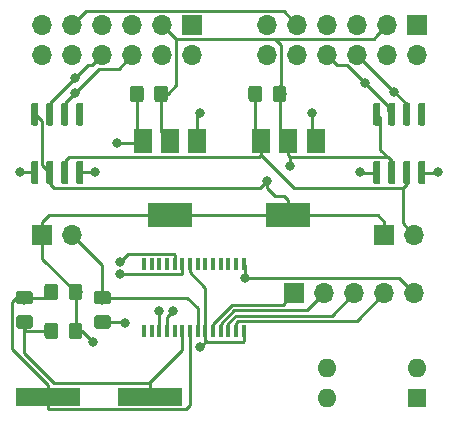
<source format=gbr>
G04 #@! TF.GenerationSoftware,KiCad,Pcbnew,5.1.4-e60b266~84~ubuntu19.04.1*
G04 #@! TF.CreationDate,2020-01-26T15:48:04+11:00*
G04 #@! TF.ProjectId,sid-board_ldo_supplies,7369642d-626f-4617-9264-5f6c646f5f73,rev?*
G04 #@! TF.SameCoordinates,Original*
G04 #@! TF.FileFunction,Copper,L1,Top*
G04 #@! TF.FilePolarity,Positive*
%FSLAX46Y46*%
G04 Gerber Fmt 4.6, Leading zero omitted, Abs format (unit mm)*
G04 Created by KiCad (PCBNEW 5.1.4-e60b266~84~ubuntu19.04.1) date 2020-01-26 15:48:04*
%MOMM*%
%LPD*%
G04 APERTURE LIST*
%ADD10O,1.700000X1.700000*%
%ADD11R,1.700000X1.700000*%
%ADD12C,0.100000*%
%ADD13C,0.600000*%
%ADD14R,0.400000X1.100000*%
%ADD15R,3.800000X2.000000*%
%ADD16R,1.500000X2.000000*%
%ADD17R,5.500000X1.500000*%
%ADD18C,1.150000*%
%ADD19R,1.600000X1.600000*%
%ADD20O,1.600000X1.600000*%
%ADD21C,0.800000*%
%ADD22C,0.250000*%
G04 APERTURE END LIST*
D10*
X87630000Y-66802000D03*
X87630000Y-64262000D03*
X90170000Y-66802000D03*
X90170000Y-64262000D03*
X92710000Y-66802000D03*
X92710000Y-64262000D03*
X95250000Y-66802000D03*
X95250000Y-64262000D03*
X97790000Y-66802000D03*
X97790000Y-64262000D03*
X100330000Y-66802000D03*
D11*
X100330000Y-64262000D03*
D10*
X68580000Y-66802000D03*
X68580000Y-64262000D03*
X71120000Y-66802000D03*
X71120000Y-64262000D03*
X73660000Y-66802000D03*
X73660000Y-64262000D03*
X76200000Y-66802000D03*
X76200000Y-64262000D03*
X78740000Y-66802000D03*
X78740000Y-64262000D03*
X81280000Y-66802000D03*
D11*
X81280000Y-64262000D03*
D12*
G36*
X97065703Y-75795722D02*
G01*
X97080264Y-75797882D01*
X97094543Y-75801459D01*
X97108403Y-75806418D01*
X97121710Y-75812712D01*
X97134336Y-75820280D01*
X97146159Y-75829048D01*
X97157066Y-75838934D01*
X97166952Y-75849841D01*
X97175720Y-75861664D01*
X97183288Y-75874290D01*
X97189582Y-75887597D01*
X97194541Y-75901457D01*
X97198118Y-75915736D01*
X97200278Y-75930297D01*
X97201000Y-75945000D01*
X97201000Y-77595000D01*
X97200278Y-77609703D01*
X97198118Y-77624264D01*
X97194541Y-77638543D01*
X97189582Y-77652403D01*
X97183288Y-77665710D01*
X97175720Y-77678336D01*
X97166952Y-77690159D01*
X97157066Y-77701066D01*
X97146159Y-77710952D01*
X97134336Y-77719720D01*
X97121710Y-77727288D01*
X97108403Y-77733582D01*
X97094543Y-77738541D01*
X97080264Y-77742118D01*
X97065703Y-77744278D01*
X97051000Y-77745000D01*
X96751000Y-77745000D01*
X96736297Y-77744278D01*
X96721736Y-77742118D01*
X96707457Y-77738541D01*
X96693597Y-77733582D01*
X96680290Y-77727288D01*
X96667664Y-77719720D01*
X96655841Y-77710952D01*
X96644934Y-77701066D01*
X96635048Y-77690159D01*
X96626280Y-77678336D01*
X96618712Y-77665710D01*
X96612418Y-77652403D01*
X96607459Y-77638543D01*
X96603882Y-77624264D01*
X96601722Y-77609703D01*
X96601000Y-77595000D01*
X96601000Y-75945000D01*
X96601722Y-75930297D01*
X96603882Y-75915736D01*
X96607459Y-75901457D01*
X96612418Y-75887597D01*
X96618712Y-75874290D01*
X96626280Y-75861664D01*
X96635048Y-75849841D01*
X96644934Y-75838934D01*
X96655841Y-75829048D01*
X96667664Y-75820280D01*
X96680290Y-75812712D01*
X96693597Y-75806418D01*
X96707457Y-75801459D01*
X96721736Y-75797882D01*
X96736297Y-75795722D01*
X96751000Y-75795000D01*
X97051000Y-75795000D01*
X97065703Y-75795722D01*
X97065703Y-75795722D01*
G37*
D13*
X96901000Y-76770000D03*
D12*
G36*
X98335703Y-75795722D02*
G01*
X98350264Y-75797882D01*
X98364543Y-75801459D01*
X98378403Y-75806418D01*
X98391710Y-75812712D01*
X98404336Y-75820280D01*
X98416159Y-75829048D01*
X98427066Y-75838934D01*
X98436952Y-75849841D01*
X98445720Y-75861664D01*
X98453288Y-75874290D01*
X98459582Y-75887597D01*
X98464541Y-75901457D01*
X98468118Y-75915736D01*
X98470278Y-75930297D01*
X98471000Y-75945000D01*
X98471000Y-77595000D01*
X98470278Y-77609703D01*
X98468118Y-77624264D01*
X98464541Y-77638543D01*
X98459582Y-77652403D01*
X98453288Y-77665710D01*
X98445720Y-77678336D01*
X98436952Y-77690159D01*
X98427066Y-77701066D01*
X98416159Y-77710952D01*
X98404336Y-77719720D01*
X98391710Y-77727288D01*
X98378403Y-77733582D01*
X98364543Y-77738541D01*
X98350264Y-77742118D01*
X98335703Y-77744278D01*
X98321000Y-77745000D01*
X98021000Y-77745000D01*
X98006297Y-77744278D01*
X97991736Y-77742118D01*
X97977457Y-77738541D01*
X97963597Y-77733582D01*
X97950290Y-77727288D01*
X97937664Y-77719720D01*
X97925841Y-77710952D01*
X97914934Y-77701066D01*
X97905048Y-77690159D01*
X97896280Y-77678336D01*
X97888712Y-77665710D01*
X97882418Y-77652403D01*
X97877459Y-77638543D01*
X97873882Y-77624264D01*
X97871722Y-77609703D01*
X97871000Y-77595000D01*
X97871000Y-75945000D01*
X97871722Y-75930297D01*
X97873882Y-75915736D01*
X97877459Y-75901457D01*
X97882418Y-75887597D01*
X97888712Y-75874290D01*
X97896280Y-75861664D01*
X97905048Y-75849841D01*
X97914934Y-75838934D01*
X97925841Y-75829048D01*
X97937664Y-75820280D01*
X97950290Y-75812712D01*
X97963597Y-75806418D01*
X97977457Y-75801459D01*
X97991736Y-75797882D01*
X98006297Y-75795722D01*
X98021000Y-75795000D01*
X98321000Y-75795000D01*
X98335703Y-75795722D01*
X98335703Y-75795722D01*
G37*
D13*
X98171000Y-76770000D03*
D12*
G36*
X99605703Y-75795722D02*
G01*
X99620264Y-75797882D01*
X99634543Y-75801459D01*
X99648403Y-75806418D01*
X99661710Y-75812712D01*
X99674336Y-75820280D01*
X99686159Y-75829048D01*
X99697066Y-75838934D01*
X99706952Y-75849841D01*
X99715720Y-75861664D01*
X99723288Y-75874290D01*
X99729582Y-75887597D01*
X99734541Y-75901457D01*
X99738118Y-75915736D01*
X99740278Y-75930297D01*
X99741000Y-75945000D01*
X99741000Y-77595000D01*
X99740278Y-77609703D01*
X99738118Y-77624264D01*
X99734541Y-77638543D01*
X99729582Y-77652403D01*
X99723288Y-77665710D01*
X99715720Y-77678336D01*
X99706952Y-77690159D01*
X99697066Y-77701066D01*
X99686159Y-77710952D01*
X99674336Y-77719720D01*
X99661710Y-77727288D01*
X99648403Y-77733582D01*
X99634543Y-77738541D01*
X99620264Y-77742118D01*
X99605703Y-77744278D01*
X99591000Y-77745000D01*
X99291000Y-77745000D01*
X99276297Y-77744278D01*
X99261736Y-77742118D01*
X99247457Y-77738541D01*
X99233597Y-77733582D01*
X99220290Y-77727288D01*
X99207664Y-77719720D01*
X99195841Y-77710952D01*
X99184934Y-77701066D01*
X99175048Y-77690159D01*
X99166280Y-77678336D01*
X99158712Y-77665710D01*
X99152418Y-77652403D01*
X99147459Y-77638543D01*
X99143882Y-77624264D01*
X99141722Y-77609703D01*
X99141000Y-77595000D01*
X99141000Y-75945000D01*
X99141722Y-75930297D01*
X99143882Y-75915736D01*
X99147459Y-75901457D01*
X99152418Y-75887597D01*
X99158712Y-75874290D01*
X99166280Y-75861664D01*
X99175048Y-75849841D01*
X99184934Y-75838934D01*
X99195841Y-75829048D01*
X99207664Y-75820280D01*
X99220290Y-75812712D01*
X99233597Y-75806418D01*
X99247457Y-75801459D01*
X99261736Y-75797882D01*
X99276297Y-75795722D01*
X99291000Y-75795000D01*
X99591000Y-75795000D01*
X99605703Y-75795722D01*
X99605703Y-75795722D01*
G37*
D13*
X99441000Y-76770000D03*
D12*
G36*
X100875703Y-75795722D02*
G01*
X100890264Y-75797882D01*
X100904543Y-75801459D01*
X100918403Y-75806418D01*
X100931710Y-75812712D01*
X100944336Y-75820280D01*
X100956159Y-75829048D01*
X100967066Y-75838934D01*
X100976952Y-75849841D01*
X100985720Y-75861664D01*
X100993288Y-75874290D01*
X100999582Y-75887597D01*
X101004541Y-75901457D01*
X101008118Y-75915736D01*
X101010278Y-75930297D01*
X101011000Y-75945000D01*
X101011000Y-77595000D01*
X101010278Y-77609703D01*
X101008118Y-77624264D01*
X101004541Y-77638543D01*
X100999582Y-77652403D01*
X100993288Y-77665710D01*
X100985720Y-77678336D01*
X100976952Y-77690159D01*
X100967066Y-77701066D01*
X100956159Y-77710952D01*
X100944336Y-77719720D01*
X100931710Y-77727288D01*
X100918403Y-77733582D01*
X100904543Y-77738541D01*
X100890264Y-77742118D01*
X100875703Y-77744278D01*
X100861000Y-77745000D01*
X100561000Y-77745000D01*
X100546297Y-77744278D01*
X100531736Y-77742118D01*
X100517457Y-77738541D01*
X100503597Y-77733582D01*
X100490290Y-77727288D01*
X100477664Y-77719720D01*
X100465841Y-77710952D01*
X100454934Y-77701066D01*
X100445048Y-77690159D01*
X100436280Y-77678336D01*
X100428712Y-77665710D01*
X100422418Y-77652403D01*
X100417459Y-77638543D01*
X100413882Y-77624264D01*
X100411722Y-77609703D01*
X100411000Y-77595000D01*
X100411000Y-75945000D01*
X100411722Y-75930297D01*
X100413882Y-75915736D01*
X100417459Y-75901457D01*
X100422418Y-75887597D01*
X100428712Y-75874290D01*
X100436280Y-75861664D01*
X100445048Y-75849841D01*
X100454934Y-75838934D01*
X100465841Y-75829048D01*
X100477664Y-75820280D01*
X100490290Y-75812712D01*
X100503597Y-75806418D01*
X100517457Y-75801459D01*
X100531736Y-75797882D01*
X100546297Y-75795722D01*
X100561000Y-75795000D01*
X100861000Y-75795000D01*
X100875703Y-75795722D01*
X100875703Y-75795722D01*
G37*
D13*
X100711000Y-76770000D03*
D12*
G36*
X100875703Y-70845722D02*
G01*
X100890264Y-70847882D01*
X100904543Y-70851459D01*
X100918403Y-70856418D01*
X100931710Y-70862712D01*
X100944336Y-70870280D01*
X100956159Y-70879048D01*
X100967066Y-70888934D01*
X100976952Y-70899841D01*
X100985720Y-70911664D01*
X100993288Y-70924290D01*
X100999582Y-70937597D01*
X101004541Y-70951457D01*
X101008118Y-70965736D01*
X101010278Y-70980297D01*
X101011000Y-70995000D01*
X101011000Y-72645000D01*
X101010278Y-72659703D01*
X101008118Y-72674264D01*
X101004541Y-72688543D01*
X100999582Y-72702403D01*
X100993288Y-72715710D01*
X100985720Y-72728336D01*
X100976952Y-72740159D01*
X100967066Y-72751066D01*
X100956159Y-72760952D01*
X100944336Y-72769720D01*
X100931710Y-72777288D01*
X100918403Y-72783582D01*
X100904543Y-72788541D01*
X100890264Y-72792118D01*
X100875703Y-72794278D01*
X100861000Y-72795000D01*
X100561000Y-72795000D01*
X100546297Y-72794278D01*
X100531736Y-72792118D01*
X100517457Y-72788541D01*
X100503597Y-72783582D01*
X100490290Y-72777288D01*
X100477664Y-72769720D01*
X100465841Y-72760952D01*
X100454934Y-72751066D01*
X100445048Y-72740159D01*
X100436280Y-72728336D01*
X100428712Y-72715710D01*
X100422418Y-72702403D01*
X100417459Y-72688543D01*
X100413882Y-72674264D01*
X100411722Y-72659703D01*
X100411000Y-72645000D01*
X100411000Y-70995000D01*
X100411722Y-70980297D01*
X100413882Y-70965736D01*
X100417459Y-70951457D01*
X100422418Y-70937597D01*
X100428712Y-70924290D01*
X100436280Y-70911664D01*
X100445048Y-70899841D01*
X100454934Y-70888934D01*
X100465841Y-70879048D01*
X100477664Y-70870280D01*
X100490290Y-70862712D01*
X100503597Y-70856418D01*
X100517457Y-70851459D01*
X100531736Y-70847882D01*
X100546297Y-70845722D01*
X100561000Y-70845000D01*
X100861000Y-70845000D01*
X100875703Y-70845722D01*
X100875703Y-70845722D01*
G37*
D13*
X100711000Y-71820000D03*
D12*
G36*
X99605703Y-70845722D02*
G01*
X99620264Y-70847882D01*
X99634543Y-70851459D01*
X99648403Y-70856418D01*
X99661710Y-70862712D01*
X99674336Y-70870280D01*
X99686159Y-70879048D01*
X99697066Y-70888934D01*
X99706952Y-70899841D01*
X99715720Y-70911664D01*
X99723288Y-70924290D01*
X99729582Y-70937597D01*
X99734541Y-70951457D01*
X99738118Y-70965736D01*
X99740278Y-70980297D01*
X99741000Y-70995000D01*
X99741000Y-72645000D01*
X99740278Y-72659703D01*
X99738118Y-72674264D01*
X99734541Y-72688543D01*
X99729582Y-72702403D01*
X99723288Y-72715710D01*
X99715720Y-72728336D01*
X99706952Y-72740159D01*
X99697066Y-72751066D01*
X99686159Y-72760952D01*
X99674336Y-72769720D01*
X99661710Y-72777288D01*
X99648403Y-72783582D01*
X99634543Y-72788541D01*
X99620264Y-72792118D01*
X99605703Y-72794278D01*
X99591000Y-72795000D01*
X99291000Y-72795000D01*
X99276297Y-72794278D01*
X99261736Y-72792118D01*
X99247457Y-72788541D01*
X99233597Y-72783582D01*
X99220290Y-72777288D01*
X99207664Y-72769720D01*
X99195841Y-72760952D01*
X99184934Y-72751066D01*
X99175048Y-72740159D01*
X99166280Y-72728336D01*
X99158712Y-72715710D01*
X99152418Y-72702403D01*
X99147459Y-72688543D01*
X99143882Y-72674264D01*
X99141722Y-72659703D01*
X99141000Y-72645000D01*
X99141000Y-70995000D01*
X99141722Y-70980297D01*
X99143882Y-70965736D01*
X99147459Y-70951457D01*
X99152418Y-70937597D01*
X99158712Y-70924290D01*
X99166280Y-70911664D01*
X99175048Y-70899841D01*
X99184934Y-70888934D01*
X99195841Y-70879048D01*
X99207664Y-70870280D01*
X99220290Y-70862712D01*
X99233597Y-70856418D01*
X99247457Y-70851459D01*
X99261736Y-70847882D01*
X99276297Y-70845722D01*
X99291000Y-70845000D01*
X99591000Y-70845000D01*
X99605703Y-70845722D01*
X99605703Y-70845722D01*
G37*
D13*
X99441000Y-71820000D03*
D12*
G36*
X98335703Y-70845722D02*
G01*
X98350264Y-70847882D01*
X98364543Y-70851459D01*
X98378403Y-70856418D01*
X98391710Y-70862712D01*
X98404336Y-70870280D01*
X98416159Y-70879048D01*
X98427066Y-70888934D01*
X98436952Y-70899841D01*
X98445720Y-70911664D01*
X98453288Y-70924290D01*
X98459582Y-70937597D01*
X98464541Y-70951457D01*
X98468118Y-70965736D01*
X98470278Y-70980297D01*
X98471000Y-70995000D01*
X98471000Y-72645000D01*
X98470278Y-72659703D01*
X98468118Y-72674264D01*
X98464541Y-72688543D01*
X98459582Y-72702403D01*
X98453288Y-72715710D01*
X98445720Y-72728336D01*
X98436952Y-72740159D01*
X98427066Y-72751066D01*
X98416159Y-72760952D01*
X98404336Y-72769720D01*
X98391710Y-72777288D01*
X98378403Y-72783582D01*
X98364543Y-72788541D01*
X98350264Y-72792118D01*
X98335703Y-72794278D01*
X98321000Y-72795000D01*
X98021000Y-72795000D01*
X98006297Y-72794278D01*
X97991736Y-72792118D01*
X97977457Y-72788541D01*
X97963597Y-72783582D01*
X97950290Y-72777288D01*
X97937664Y-72769720D01*
X97925841Y-72760952D01*
X97914934Y-72751066D01*
X97905048Y-72740159D01*
X97896280Y-72728336D01*
X97888712Y-72715710D01*
X97882418Y-72702403D01*
X97877459Y-72688543D01*
X97873882Y-72674264D01*
X97871722Y-72659703D01*
X97871000Y-72645000D01*
X97871000Y-70995000D01*
X97871722Y-70980297D01*
X97873882Y-70965736D01*
X97877459Y-70951457D01*
X97882418Y-70937597D01*
X97888712Y-70924290D01*
X97896280Y-70911664D01*
X97905048Y-70899841D01*
X97914934Y-70888934D01*
X97925841Y-70879048D01*
X97937664Y-70870280D01*
X97950290Y-70862712D01*
X97963597Y-70856418D01*
X97977457Y-70851459D01*
X97991736Y-70847882D01*
X98006297Y-70845722D01*
X98021000Y-70845000D01*
X98321000Y-70845000D01*
X98335703Y-70845722D01*
X98335703Y-70845722D01*
G37*
D13*
X98171000Y-71820000D03*
D12*
G36*
X97065703Y-70845722D02*
G01*
X97080264Y-70847882D01*
X97094543Y-70851459D01*
X97108403Y-70856418D01*
X97121710Y-70862712D01*
X97134336Y-70870280D01*
X97146159Y-70879048D01*
X97157066Y-70888934D01*
X97166952Y-70899841D01*
X97175720Y-70911664D01*
X97183288Y-70924290D01*
X97189582Y-70937597D01*
X97194541Y-70951457D01*
X97198118Y-70965736D01*
X97200278Y-70980297D01*
X97201000Y-70995000D01*
X97201000Y-72645000D01*
X97200278Y-72659703D01*
X97198118Y-72674264D01*
X97194541Y-72688543D01*
X97189582Y-72702403D01*
X97183288Y-72715710D01*
X97175720Y-72728336D01*
X97166952Y-72740159D01*
X97157066Y-72751066D01*
X97146159Y-72760952D01*
X97134336Y-72769720D01*
X97121710Y-72777288D01*
X97108403Y-72783582D01*
X97094543Y-72788541D01*
X97080264Y-72792118D01*
X97065703Y-72794278D01*
X97051000Y-72795000D01*
X96751000Y-72795000D01*
X96736297Y-72794278D01*
X96721736Y-72792118D01*
X96707457Y-72788541D01*
X96693597Y-72783582D01*
X96680290Y-72777288D01*
X96667664Y-72769720D01*
X96655841Y-72760952D01*
X96644934Y-72751066D01*
X96635048Y-72740159D01*
X96626280Y-72728336D01*
X96618712Y-72715710D01*
X96612418Y-72702403D01*
X96607459Y-72688543D01*
X96603882Y-72674264D01*
X96601722Y-72659703D01*
X96601000Y-72645000D01*
X96601000Y-70995000D01*
X96601722Y-70980297D01*
X96603882Y-70965736D01*
X96607459Y-70951457D01*
X96612418Y-70937597D01*
X96618712Y-70924290D01*
X96626280Y-70911664D01*
X96635048Y-70899841D01*
X96644934Y-70888934D01*
X96655841Y-70879048D01*
X96667664Y-70870280D01*
X96680290Y-70862712D01*
X96693597Y-70856418D01*
X96707457Y-70851459D01*
X96721736Y-70847882D01*
X96736297Y-70845722D01*
X96751000Y-70845000D01*
X97051000Y-70845000D01*
X97065703Y-70845722D01*
X97065703Y-70845722D01*
G37*
D13*
X96901000Y-71820000D03*
D12*
G36*
X68109703Y-70845722D02*
G01*
X68124264Y-70847882D01*
X68138543Y-70851459D01*
X68152403Y-70856418D01*
X68165710Y-70862712D01*
X68178336Y-70870280D01*
X68190159Y-70879048D01*
X68201066Y-70888934D01*
X68210952Y-70899841D01*
X68219720Y-70911664D01*
X68227288Y-70924290D01*
X68233582Y-70937597D01*
X68238541Y-70951457D01*
X68242118Y-70965736D01*
X68244278Y-70980297D01*
X68245000Y-70995000D01*
X68245000Y-72645000D01*
X68244278Y-72659703D01*
X68242118Y-72674264D01*
X68238541Y-72688543D01*
X68233582Y-72702403D01*
X68227288Y-72715710D01*
X68219720Y-72728336D01*
X68210952Y-72740159D01*
X68201066Y-72751066D01*
X68190159Y-72760952D01*
X68178336Y-72769720D01*
X68165710Y-72777288D01*
X68152403Y-72783582D01*
X68138543Y-72788541D01*
X68124264Y-72792118D01*
X68109703Y-72794278D01*
X68095000Y-72795000D01*
X67795000Y-72795000D01*
X67780297Y-72794278D01*
X67765736Y-72792118D01*
X67751457Y-72788541D01*
X67737597Y-72783582D01*
X67724290Y-72777288D01*
X67711664Y-72769720D01*
X67699841Y-72760952D01*
X67688934Y-72751066D01*
X67679048Y-72740159D01*
X67670280Y-72728336D01*
X67662712Y-72715710D01*
X67656418Y-72702403D01*
X67651459Y-72688543D01*
X67647882Y-72674264D01*
X67645722Y-72659703D01*
X67645000Y-72645000D01*
X67645000Y-70995000D01*
X67645722Y-70980297D01*
X67647882Y-70965736D01*
X67651459Y-70951457D01*
X67656418Y-70937597D01*
X67662712Y-70924290D01*
X67670280Y-70911664D01*
X67679048Y-70899841D01*
X67688934Y-70888934D01*
X67699841Y-70879048D01*
X67711664Y-70870280D01*
X67724290Y-70862712D01*
X67737597Y-70856418D01*
X67751457Y-70851459D01*
X67765736Y-70847882D01*
X67780297Y-70845722D01*
X67795000Y-70845000D01*
X68095000Y-70845000D01*
X68109703Y-70845722D01*
X68109703Y-70845722D01*
G37*
D13*
X67945000Y-71820000D03*
D12*
G36*
X69379703Y-70845722D02*
G01*
X69394264Y-70847882D01*
X69408543Y-70851459D01*
X69422403Y-70856418D01*
X69435710Y-70862712D01*
X69448336Y-70870280D01*
X69460159Y-70879048D01*
X69471066Y-70888934D01*
X69480952Y-70899841D01*
X69489720Y-70911664D01*
X69497288Y-70924290D01*
X69503582Y-70937597D01*
X69508541Y-70951457D01*
X69512118Y-70965736D01*
X69514278Y-70980297D01*
X69515000Y-70995000D01*
X69515000Y-72645000D01*
X69514278Y-72659703D01*
X69512118Y-72674264D01*
X69508541Y-72688543D01*
X69503582Y-72702403D01*
X69497288Y-72715710D01*
X69489720Y-72728336D01*
X69480952Y-72740159D01*
X69471066Y-72751066D01*
X69460159Y-72760952D01*
X69448336Y-72769720D01*
X69435710Y-72777288D01*
X69422403Y-72783582D01*
X69408543Y-72788541D01*
X69394264Y-72792118D01*
X69379703Y-72794278D01*
X69365000Y-72795000D01*
X69065000Y-72795000D01*
X69050297Y-72794278D01*
X69035736Y-72792118D01*
X69021457Y-72788541D01*
X69007597Y-72783582D01*
X68994290Y-72777288D01*
X68981664Y-72769720D01*
X68969841Y-72760952D01*
X68958934Y-72751066D01*
X68949048Y-72740159D01*
X68940280Y-72728336D01*
X68932712Y-72715710D01*
X68926418Y-72702403D01*
X68921459Y-72688543D01*
X68917882Y-72674264D01*
X68915722Y-72659703D01*
X68915000Y-72645000D01*
X68915000Y-70995000D01*
X68915722Y-70980297D01*
X68917882Y-70965736D01*
X68921459Y-70951457D01*
X68926418Y-70937597D01*
X68932712Y-70924290D01*
X68940280Y-70911664D01*
X68949048Y-70899841D01*
X68958934Y-70888934D01*
X68969841Y-70879048D01*
X68981664Y-70870280D01*
X68994290Y-70862712D01*
X69007597Y-70856418D01*
X69021457Y-70851459D01*
X69035736Y-70847882D01*
X69050297Y-70845722D01*
X69065000Y-70845000D01*
X69365000Y-70845000D01*
X69379703Y-70845722D01*
X69379703Y-70845722D01*
G37*
D13*
X69215000Y-71820000D03*
D12*
G36*
X70649703Y-70845722D02*
G01*
X70664264Y-70847882D01*
X70678543Y-70851459D01*
X70692403Y-70856418D01*
X70705710Y-70862712D01*
X70718336Y-70870280D01*
X70730159Y-70879048D01*
X70741066Y-70888934D01*
X70750952Y-70899841D01*
X70759720Y-70911664D01*
X70767288Y-70924290D01*
X70773582Y-70937597D01*
X70778541Y-70951457D01*
X70782118Y-70965736D01*
X70784278Y-70980297D01*
X70785000Y-70995000D01*
X70785000Y-72645000D01*
X70784278Y-72659703D01*
X70782118Y-72674264D01*
X70778541Y-72688543D01*
X70773582Y-72702403D01*
X70767288Y-72715710D01*
X70759720Y-72728336D01*
X70750952Y-72740159D01*
X70741066Y-72751066D01*
X70730159Y-72760952D01*
X70718336Y-72769720D01*
X70705710Y-72777288D01*
X70692403Y-72783582D01*
X70678543Y-72788541D01*
X70664264Y-72792118D01*
X70649703Y-72794278D01*
X70635000Y-72795000D01*
X70335000Y-72795000D01*
X70320297Y-72794278D01*
X70305736Y-72792118D01*
X70291457Y-72788541D01*
X70277597Y-72783582D01*
X70264290Y-72777288D01*
X70251664Y-72769720D01*
X70239841Y-72760952D01*
X70228934Y-72751066D01*
X70219048Y-72740159D01*
X70210280Y-72728336D01*
X70202712Y-72715710D01*
X70196418Y-72702403D01*
X70191459Y-72688543D01*
X70187882Y-72674264D01*
X70185722Y-72659703D01*
X70185000Y-72645000D01*
X70185000Y-70995000D01*
X70185722Y-70980297D01*
X70187882Y-70965736D01*
X70191459Y-70951457D01*
X70196418Y-70937597D01*
X70202712Y-70924290D01*
X70210280Y-70911664D01*
X70219048Y-70899841D01*
X70228934Y-70888934D01*
X70239841Y-70879048D01*
X70251664Y-70870280D01*
X70264290Y-70862712D01*
X70277597Y-70856418D01*
X70291457Y-70851459D01*
X70305736Y-70847882D01*
X70320297Y-70845722D01*
X70335000Y-70845000D01*
X70635000Y-70845000D01*
X70649703Y-70845722D01*
X70649703Y-70845722D01*
G37*
D13*
X70485000Y-71820000D03*
D12*
G36*
X71919703Y-70845722D02*
G01*
X71934264Y-70847882D01*
X71948543Y-70851459D01*
X71962403Y-70856418D01*
X71975710Y-70862712D01*
X71988336Y-70870280D01*
X72000159Y-70879048D01*
X72011066Y-70888934D01*
X72020952Y-70899841D01*
X72029720Y-70911664D01*
X72037288Y-70924290D01*
X72043582Y-70937597D01*
X72048541Y-70951457D01*
X72052118Y-70965736D01*
X72054278Y-70980297D01*
X72055000Y-70995000D01*
X72055000Y-72645000D01*
X72054278Y-72659703D01*
X72052118Y-72674264D01*
X72048541Y-72688543D01*
X72043582Y-72702403D01*
X72037288Y-72715710D01*
X72029720Y-72728336D01*
X72020952Y-72740159D01*
X72011066Y-72751066D01*
X72000159Y-72760952D01*
X71988336Y-72769720D01*
X71975710Y-72777288D01*
X71962403Y-72783582D01*
X71948543Y-72788541D01*
X71934264Y-72792118D01*
X71919703Y-72794278D01*
X71905000Y-72795000D01*
X71605000Y-72795000D01*
X71590297Y-72794278D01*
X71575736Y-72792118D01*
X71561457Y-72788541D01*
X71547597Y-72783582D01*
X71534290Y-72777288D01*
X71521664Y-72769720D01*
X71509841Y-72760952D01*
X71498934Y-72751066D01*
X71489048Y-72740159D01*
X71480280Y-72728336D01*
X71472712Y-72715710D01*
X71466418Y-72702403D01*
X71461459Y-72688543D01*
X71457882Y-72674264D01*
X71455722Y-72659703D01*
X71455000Y-72645000D01*
X71455000Y-70995000D01*
X71455722Y-70980297D01*
X71457882Y-70965736D01*
X71461459Y-70951457D01*
X71466418Y-70937597D01*
X71472712Y-70924290D01*
X71480280Y-70911664D01*
X71489048Y-70899841D01*
X71498934Y-70888934D01*
X71509841Y-70879048D01*
X71521664Y-70870280D01*
X71534290Y-70862712D01*
X71547597Y-70856418D01*
X71561457Y-70851459D01*
X71575736Y-70847882D01*
X71590297Y-70845722D01*
X71605000Y-70845000D01*
X71905000Y-70845000D01*
X71919703Y-70845722D01*
X71919703Y-70845722D01*
G37*
D13*
X71755000Y-71820000D03*
D12*
G36*
X71919703Y-75795722D02*
G01*
X71934264Y-75797882D01*
X71948543Y-75801459D01*
X71962403Y-75806418D01*
X71975710Y-75812712D01*
X71988336Y-75820280D01*
X72000159Y-75829048D01*
X72011066Y-75838934D01*
X72020952Y-75849841D01*
X72029720Y-75861664D01*
X72037288Y-75874290D01*
X72043582Y-75887597D01*
X72048541Y-75901457D01*
X72052118Y-75915736D01*
X72054278Y-75930297D01*
X72055000Y-75945000D01*
X72055000Y-77595000D01*
X72054278Y-77609703D01*
X72052118Y-77624264D01*
X72048541Y-77638543D01*
X72043582Y-77652403D01*
X72037288Y-77665710D01*
X72029720Y-77678336D01*
X72020952Y-77690159D01*
X72011066Y-77701066D01*
X72000159Y-77710952D01*
X71988336Y-77719720D01*
X71975710Y-77727288D01*
X71962403Y-77733582D01*
X71948543Y-77738541D01*
X71934264Y-77742118D01*
X71919703Y-77744278D01*
X71905000Y-77745000D01*
X71605000Y-77745000D01*
X71590297Y-77744278D01*
X71575736Y-77742118D01*
X71561457Y-77738541D01*
X71547597Y-77733582D01*
X71534290Y-77727288D01*
X71521664Y-77719720D01*
X71509841Y-77710952D01*
X71498934Y-77701066D01*
X71489048Y-77690159D01*
X71480280Y-77678336D01*
X71472712Y-77665710D01*
X71466418Y-77652403D01*
X71461459Y-77638543D01*
X71457882Y-77624264D01*
X71455722Y-77609703D01*
X71455000Y-77595000D01*
X71455000Y-75945000D01*
X71455722Y-75930297D01*
X71457882Y-75915736D01*
X71461459Y-75901457D01*
X71466418Y-75887597D01*
X71472712Y-75874290D01*
X71480280Y-75861664D01*
X71489048Y-75849841D01*
X71498934Y-75838934D01*
X71509841Y-75829048D01*
X71521664Y-75820280D01*
X71534290Y-75812712D01*
X71547597Y-75806418D01*
X71561457Y-75801459D01*
X71575736Y-75797882D01*
X71590297Y-75795722D01*
X71605000Y-75795000D01*
X71905000Y-75795000D01*
X71919703Y-75795722D01*
X71919703Y-75795722D01*
G37*
D13*
X71755000Y-76770000D03*
D12*
G36*
X70649703Y-75795722D02*
G01*
X70664264Y-75797882D01*
X70678543Y-75801459D01*
X70692403Y-75806418D01*
X70705710Y-75812712D01*
X70718336Y-75820280D01*
X70730159Y-75829048D01*
X70741066Y-75838934D01*
X70750952Y-75849841D01*
X70759720Y-75861664D01*
X70767288Y-75874290D01*
X70773582Y-75887597D01*
X70778541Y-75901457D01*
X70782118Y-75915736D01*
X70784278Y-75930297D01*
X70785000Y-75945000D01*
X70785000Y-77595000D01*
X70784278Y-77609703D01*
X70782118Y-77624264D01*
X70778541Y-77638543D01*
X70773582Y-77652403D01*
X70767288Y-77665710D01*
X70759720Y-77678336D01*
X70750952Y-77690159D01*
X70741066Y-77701066D01*
X70730159Y-77710952D01*
X70718336Y-77719720D01*
X70705710Y-77727288D01*
X70692403Y-77733582D01*
X70678543Y-77738541D01*
X70664264Y-77742118D01*
X70649703Y-77744278D01*
X70635000Y-77745000D01*
X70335000Y-77745000D01*
X70320297Y-77744278D01*
X70305736Y-77742118D01*
X70291457Y-77738541D01*
X70277597Y-77733582D01*
X70264290Y-77727288D01*
X70251664Y-77719720D01*
X70239841Y-77710952D01*
X70228934Y-77701066D01*
X70219048Y-77690159D01*
X70210280Y-77678336D01*
X70202712Y-77665710D01*
X70196418Y-77652403D01*
X70191459Y-77638543D01*
X70187882Y-77624264D01*
X70185722Y-77609703D01*
X70185000Y-77595000D01*
X70185000Y-75945000D01*
X70185722Y-75930297D01*
X70187882Y-75915736D01*
X70191459Y-75901457D01*
X70196418Y-75887597D01*
X70202712Y-75874290D01*
X70210280Y-75861664D01*
X70219048Y-75849841D01*
X70228934Y-75838934D01*
X70239841Y-75829048D01*
X70251664Y-75820280D01*
X70264290Y-75812712D01*
X70277597Y-75806418D01*
X70291457Y-75801459D01*
X70305736Y-75797882D01*
X70320297Y-75795722D01*
X70335000Y-75795000D01*
X70635000Y-75795000D01*
X70649703Y-75795722D01*
X70649703Y-75795722D01*
G37*
D13*
X70485000Y-76770000D03*
D12*
G36*
X69379703Y-75795722D02*
G01*
X69394264Y-75797882D01*
X69408543Y-75801459D01*
X69422403Y-75806418D01*
X69435710Y-75812712D01*
X69448336Y-75820280D01*
X69460159Y-75829048D01*
X69471066Y-75838934D01*
X69480952Y-75849841D01*
X69489720Y-75861664D01*
X69497288Y-75874290D01*
X69503582Y-75887597D01*
X69508541Y-75901457D01*
X69512118Y-75915736D01*
X69514278Y-75930297D01*
X69515000Y-75945000D01*
X69515000Y-77595000D01*
X69514278Y-77609703D01*
X69512118Y-77624264D01*
X69508541Y-77638543D01*
X69503582Y-77652403D01*
X69497288Y-77665710D01*
X69489720Y-77678336D01*
X69480952Y-77690159D01*
X69471066Y-77701066D01*
X69460159Y-77710952D01*
X69448336Y-77719720D01*
X69435710Y-77727288D01*
X69422403Y-77733582D01*
X69408543Y-77738541D01*
X69394264Y-77742118D01*
X69379703Y-77744278D01*
X69365000Y-77745000D01*
X69065000Y-77745000D01*
X69050297Y-77744278D01*
X69035736Y-77742118D01*
X69021457Y-77738541D01*
X69007597Y-77733582D01*
X68994290Y-77727288D01*
X68981664Y-77719720D01*
X68969841Y-77710952D01*
X68958934Y-77701066D01*
X68949048Y-77690159D01*
X68940280Y-77678336D01*
X68932712Y-77665710D01*
X68926418Y-77652403D01*
X68921459Y-77638543D01*
X68917882Y-77624264D01*
X68915722Y-77609703D01*
X68915000Y-77595000D01*
X68915000Y-75945000D01*
X68915722Y-75930297D01*
X68917882Y-75915736D01*
X68921459Y-75901457D01*
X68926418Y-75887597D01*
X68932712Y-75874290D01*
X68940280Y-75861664D01*
X68949048Y-75849841D01*
X68958934Y-75838934D01*
X68969841Y-75829048D01*
X68981664Y-75820280D01*
X68994290Y-75812712D01*
X69007597Y-75806418D01*
X69021457Y-75801459D01*
X69035736Y-75797882D01*
X69050297Y-75795722D01*
X69065000Y-75795000D01*
X69365000Y-75795000D01*
X69379703Y-75795722D01*
X69379703Y-75795722D01*
G37*
D13*
X69215000Y-76770000D03*
D12*
G36*
X68109703Y-75795722D02*
G01*
X68124264Y-75797882D01*
X68138543Y-75801459D01*
X68152403Y-75806418D01*
X68165710Y-75812712D01*
X68178336Y-75820280D01*
X68190159Y-75829048D01*
X68201066Y-75838934D01*
X68210952Y-75849841D01*
X68219720Y-75861664D01*
X68227288Y-75874290D01*
X68233582Y-75887597D01*
X68238541Y-75901457D01*
X68242118Y-75915736D01*
X68244278Y-75930297D01*
X68245000Y-75945000D01*
X68245000Y-77595000D01*
X68244278Y-77609703D01*
X68242118Y-77624264D01*
X68238541Y-77638543D01*
X68233582Y-77652403D01*
X68227288Y-77665710D01*
X68219720Y-77678336D01*
X68210952Y-77690159D01*
X68201066Y-77701066D01*
X68190159Y-77710952D01*
X68178336Y-77719720D01*
X68165710Y-77727288D01*
X68152403Y-77733582D01*
X68138543Y-77738541D01*
X68124264Y-77742118D01*
X68109703Y-77744278D01*
X68095000Y-77745000D01*
X67795000Y-77745000D01*
X67780297Y-77744278D01*
X67765736Y-77742118D01*
X67751457Y-77738541D01*
X67737597Y-77733582D01*
X67724290Y-77727288D01*
X67711664Y-77719720D01*
X67699841Y-77710952D01*
X67688934Y-77701066D01*
X67679048Y-77690159D01*
X67670280Y-77678336D01*
X67662712Y-77665710D01*
X67656418Y-77652403D01*
X67651459Y-77638543D01*
X67647882Y-77624264D01*
X67645722Y-77609703D01*
X67645000Y-77595000D01*
X67645000Y-75945000D01*
X67645722Y-75930297D01*
X67647882Y-75915736D01*
X67651459Y-75901457D01*
X67656418Y-75887597D01*
X67662712Y-75874290D01*
X67670280Y-75861664D01*
X67679048Y-75849841D01*
X67688934Y-75838934D01*
X67699841Y-75829048D01*
X67711664Y-75820280D01*
X67724290Y-75812712D01*
X67737597Y-75806418D01*
X67751457Y-75801459D01*
X67765736Y-75797882D01*
X67780297Y-75795722D01*
X67795000Y-75795000D01*
X68095000Y-75795000D01*
X68109703Y-75795722D01*
X68109703Y-75795722D01*
G37*
D13*
X67945000Y-76770000D03*
D10*
X100076000Y-82042000D03*
D11*
X97536000Y-82042000D03*
D10*
X71120000Y-82042000D03*
D11*
X68580000Y-82042000D03*
D14*
X77182000Y-84526000D03*
X77832000Y-84526000D03*
X78482000Y-84526000D03*
X79132000Y-84526000D03*
X79782000Y-84526000D03*
X80432000Y-84526000D03*
X81082000Y-84526000D03*
X81732000Y-84526000D03*
X82382000Y-84526000D03*
X83032000Y-84526000D03*
X83682000Y-84526000D03*
X84332000Y-84526000D03*
X84982000Y-84526000D03*
X85632000Y-84526000D03*
X85632000Y-90226000D03*
X84982000Y-90226000D03*
X84332000Y-90226000D03*
X83682000Y-90226000D03*
X83032000Y-90226000D03*
X82382000Y-90226000D03*
X81732000Y-90226000D03*
X81082000Y-90226000D03*
X80432000Y-90226000D03*
X79782000Y-90226000D03*
X79132000Y-90226000D03*
X78482000Y-90226000D03*
X77832000Y-90226000D03*
X77182000Y-90226000D03*
D15*
X79375000Y-80366000D03*
D16*
X79375000Y-74066000D03*
X77075000Y-74066000D03*
X81675000Y-74066000D03*
X91708000Y-74066000D03*
X87108000Y-74066000D03*
X89408000Y-74066000D03*
D15*
X89408000Y-80366000D03*
D17*
X69088000Y-95758000D03*
X77724000Y-95758000D03*
D12*
G36*
X76921505Y-69405204D02*
G01*
X76945773Y-69408804D01*
X76969572Y-69414765D01*
X76992671Y-69423030D01*
X77014850Y-69433520D01*
X77035893Y-69446132D01*
X77055599Y-69460747D01*
X77073777Y-69477223D01*
X77090253Y-69495401D01*
X77104868Y-69515107D01*
X77117480Y-69536150D01*
X77127970Y-69558329D01*
X77136235Y-69581428D01*
X77142196Y-69605227D01*
X77145796Y-69629495D01*
X77147000Y-69653999D01*
X77147000Y-70554001D01*
X77145796Y-70578505D01*
X77142196Y-70602773D01*
X77136235Y-70626572D01*
X77127970Y-70649671D01*
X77117480Y-70671850D01*
X77104868Y-70692893D01*
X77090253Y-70712599D01*
X77073777Y-70730777D01*
X77055599Y-70747253D01*
X77035893Y-70761868D01*
X77014850Y-70774480D01*
X76992671Y-70784970D01*
X76969572Y-70793235D01*
X76945773Y-70799196D01*
X76921505Y-70802796D01*
X76897001Y-70804000D01*
X76246999Y-70804000D01*
X76222495Y-70802796D01*
X76198227Y-70799196D01*
X76174428Y-70793235D01*
X76151329Y-70784970D01*
X76129150Y-70774480D01*
X76108107Y-70761868D01*
X76088401Y-70747253D01*
X76070223Y-70730777D01*
X76053747Y-70712599D01*
X76039132Y-70692893D01*
X76026520Y-70671850D01*
X76016030Y-70649671D01*
X76007765Y-70626572D01*
X76001804Y-70602773D01*
X75998204Y-70578505D01*
X75997000Y-70554001D01*
X75997000Y-69653999D01*
X75998204Y-69629495D01*
X76001804Y-69605227D01*
X76007765Y-69581428D01*
X76016030Y-69558329D01*
X76026520Y-69536150D01*
X76039132Y-69515107D01*
X76053747Y-69495401D01*
X76070223Y-69477223D01*
X76088401Y-69460747D01*
X76108107Y-69446132D01*
X76129150Y-69433520D01*
X76151329Y-69423030D01*
X76174428Y-69414765D01*
X76198227Y-69408804D01*
X76222495Y-69405204D01*
X76246999Y-69404000D01*
X76897001Y-69404000D01*
X76921505Y-69405204D01*
X76921505Y-69405204D01*
G37*
D18*
X76572000Y-70104000D03*
D12*
G36*
X78971505Y-69405204D02*
G01*
X78995773Y-69408804D01*
X79019572Y-69414765D01*
X79042671Y-69423030D01*
X79064850Y-69433520D01*
X79085893Y-69446132D01*
X79105599Y-69460747D01*
X79123777Y-69477223D01*
X79140253Y-69495401D01*
X79154868Y-69515107D01*
X79167480Y-69536150D01*
X79177970Y-69558329D01*
X79186235Y-69581428D01*
X79192196Y-69605227D01*
X79195796Y-69629495D01*
X79197000Y-69653999D01*
X79197000Y-70554001D01*
X79195796Y-70578505D01*
X79192196Y-70602773D01*
X79186235Y-70626572D01*
X79177970Y-70649671D01*
X79167480Y-70671850D01*
X79154868Y-70692893D01*
X79140253Y-70712599D01*
X79123777Y-70730777D01*
X79105599Y-70747253D01*
X79085893Y-70761868D01*
X79064850Y-70774480D01*
X79042671Y-70784970D01*
X79019572Y-70793235D01*
X78995773Y-70799196D01*
X78971505Y-70802796D01*
X78947001Y-70804000D01*
X78296999Y-70804000D01*
X78272495Y-70802796D01*
X78248227Y-70799196D01*
X78224428Y-70793235D01*
X78201329Y-70784970D01*
X78179150Y-70774480D01*
X78158107Y-70761868D01*
X78138401Y-70747253D01*
X78120223Y-70730777D01*
X78103747Y-70712599D01*
X78089132Y-70692893D01*
X78076520Y-70671850D01*
X78066030Y-70649671D01*
X78057765Y-70626572D01*
X78051804Y-70602773D01*
X78048204Y-70578505D01*
X78047000Y-70554001D01*
X78047000Y-69653999D01*
X78048204Y-69629495D01*
X78051804Y-69605227D01*
X78057765Y-69581428D01*
X78066030Y-69558329D01*
X78076520Y-69536150D01*
X78089132Y-69515107D01*
X78103747Y-69495401D01*
X78120223Y-69477223D01*
X78138401Y-69460747D01*
X78158107Y-69446132D01*
X78179150Y-69433520D01*
X78201329Y-69423030D01*
X78224428Y-69414765D01*
X78248227Y-69408804D01*
X78272495Y-69405204D01*
X78296999Y-69404000D01*
X78947001Y-69404000D01*
X78971505Y-69405204D01*
X78971505Y-69405204D01*
G37*
D18*
X78622000Y-70104000D03*
D12*
G36*
X86954505Y-69405204D02*
G01*
X86978773Y-69408804D01*
X87002572Y-69414765D01*
X87025671Y-69423030D01*
X87047850Y-69433520D01*
X87068893Y-69446132D01*
X87088599Y-69460747D01*
X87106777Y-69477223D01*
X87123253Y-69495401D01*
X87137868Y-69515107D01*
X87150480Y-69536150D01*
X87160970Y-69558329D01*
X87169235Y-69581428D01*
X87175196Y-69605227D01*
X87178796Y-69629495D01*
X87180000Y-69653999D01*
X87180000Y-70554001D01*
X87178796Y-70578505D01*
X87175196Y-70602773D01*
X87169235Y-70626572D01*
X87160970Y-70649671D01*
X87150480Y-70671850D01*
X87137868Y-70692893D01*
X87123253Y-70712599D01*
X87106777Y-70730777D01*
X87088599Y-70747253D01*
X87068893Y-70761868D01*
X87047850Y-70774480D01*
X87025671Y-70784970D01*
X87002572Y-70793235D01*
X86978773Y-70799196D01*
X86954505Y-70802796D01*
X86930001Y-70804000D01*
X86279999Y-70804000D01*
X86255495Y-70802796D01*
X86231227Y-70799196D01*
X86207428Y-70793235D01*
X86184329Y-70784970D01*
X86162150Y-70774480D01*
X86141107Y-70761868D01*
X86121401Y-70747253D01*
X86103223Y-70730777D01*
X86086747Y-70712599D01*
X86072132Y-70692893D01*
X86059520Y-70671850D01*
X86049030Y-70649671D01*
X86040765Y-70626572D01*
X86034804Y-70602773D01*
X86031204Y-70578505D01*
X86030000Y-70554001D01*
X86030000Y-69653999D01*
X86031204Y-69629495D01*
X86034804Y-69605227D01*
X86040765Y-69581428D01*
X86049030Y-69558329D01*
X86059520Y-69536150D01*
X86072132Y-69515107D01*
X86086747Y-69495401D01*
X86103223Y-69477223D01*
X86121401Y-69460747D01*
X86141107Y-69446132D01*
X86162150Y-69433520D01*
X86184329Y-69423030D01*
X86207428Y-69414765D01*
X86231227Y-69408804D01*
X86255495Y-69405204D01*
X86279999Y-69404000D01*
X86930001Y-69404000D01*
X86954505Y-69405204D01*
X86954505Y-69405204D01*
G37*
D18*
X86605000Y-70104000D03*
D12*
G36*
X89004505Y-69405204D02*
G01*
X89028773Y-69408804D01*
X89052572Y-69414765D01*
X89075671Y-69423030D01*
X89097850Y-69433520D01*
X89118893Y-69446132D01*
X89138599Y-69460747D01*
X89156777Y-69477223D01*
X89173253Y-69495401D01*
X89187868Y-69515107D01*
X89200480Y-69536150D01*
X89210970Y-69558329D01*
X89219235Y-69581428D01*
X89225196Y-69605227D01*
X89228796Y-69629495D01*
X89230000Y-69653999D01*
X89230000Y-70554001D01*
X89228796Y-70578505D01*
X89225196Y-70602773D01*
X89219235Y-70626572D01*
X89210970Y-70649671D01*
X89200480Y-70671850D01*
X89187868Y-70692893D01*
X89173253Y-70712599D01*
X89156777Y-70730777D01*
X89138599Y-70747253D01*
X89118893Y-70761868D01*
X89097850Y-70774480D01*
X89075671Y-70784970D01*
X89052572Y-70793235D01*
X89028773Y-70799196D01*
X89004505Y-70802796D01*
X88980001Y-70804000D01*
X88329999Y-70804000D01*
X88305495Y-70802796D01*
X88281227Y-70799196D01*
X88257428Y-70793235D01*
X88234329Y-70784970D01*
X88212150Y-70774480D01*
X88191107Y-70761868D01*
X88171401Y-70747253D01*
X88153223Y-70730777D01*
X88136747Y-70712599D01*
X88122132Y-70692893D01*
X88109520Y-70671850D01*
X88099030Y-70649671D01*
X88090765Y-70626572D01*
X88084804Y-70602773D01*
X88081204Y-70578505D01*
X88080000Y-70554001D01*
X88080000Y-69653999D01*
X88081204Y-69629495D01*
X88084804Y-69605227D01*
X88090765Y-69581428D01*
X88099030Y-69558329D01*
X88109520Y-69536150D01*
X88122132Y-69515107D01*
X88136747Y-69495401D01*
X88153223Y-69477223D01*
X88171401Y-69460747D01*
X88191107Y-69446132D01*
X88212150Y-69433520D01*
X88234329Y-69423030D01*
X88257428Y-69414765D01*
X88281227Y-69408804D01*
X88305495Y-69405204D01*
X88329999Y-69404000D01*
X88980001Y-69404000D01*
X89004505Y-69405204D01*
X89004505Y-69405204D01*
G37*
D18*
X88655000Y-70104000D03*
D12*
G36*
X69682505Y-86169204D02*
G01*
X69706773Y-86172804D01*
X69730572Y-86178765D01*
X69753671Y-86187030D01*
X69775850Y-86197520D01*
X69796893Y-86210132D01*
X69816599Y-86224747D01*
X69834777Y-86241223D01*
X69851253Y-86259401D01*
X69865868Y-86279107D01*
X69878480Y-86300150D01*
X69888970Y-86322329D01*
X69897235Y-86345428D01*
X69903196Y-86369227D01*
X69906796Y-86393495D01*
X69908000Y-86417999D01*
X69908000Y-87318001D01*
X69906796Y-87342505D01*
X69903196Y-87366773D01*
X69897235Y-87390572D01*
X69888970Y-87413671D01*
X69878480Y-87435850D01*
X69865868Y-87456893D01*
X69851253Y-87476599D01*
X69834777Y-87494777D01*
X69816599Y-87511253D01*
X69796893Y-87525868D01*
X69775850Y-87538480D01*
X69753671Y-87548970D01*
X69730572Y-87557235D01*
X69706773Y-87563196D01*
X69682505Y-87566796D01*
X69658001Y-87568000D01*
X69007999Y-87568000D01*
X68983495Y-87566796D01*
X68959227Y-87563196D01*
X68935428Y-87557235D01*
X68912329Y-87548970D01*
X68890150Y-87538480D01*
X68869107Y-87525868D01*
X68849401Y-87511253D01*
X68831223Y-87494777D01*
X68814747Y-87476599D01*
X68800132Y-87456893D01*
X68787520Y-87435850D01*
X68777030Y-87413671D01*
X68768765Y-87390572D01*
X68762804Y-87366773D01*
X68759204Y-87342505D01*
X68758000Y-87318001D01*
X68758000Y-86417999D01*
X68759204Y-86393495D01*
X68762804Y-86369227D01*
X68768765Y-86345428D01*
X68777030Y-86322329D01*
X68787520Y-86300150D01*
X68800132Y-86279107D01*
X68814747Y-86259401D01*
X68831223Y-86241223D01*
X68849401Y-86224747D01*
X68869107Y-86210132D01*
X68890150Y-86197520D01*
X68912329Y-86187030D01*
X68935428Y-86178765D01*
X68959227Y-86172804D01*
X68983495Y-86169204D01*
X69007999Y-86168000D01*
X69658001Y-86168000D01*
X69682505Y-86169204D01*
X69682505Y-86169204D01*
G37*
D18*
X69333000Y-86868000D03*
D12*
G36*
X71732505Y-86169204D02*
G01*
X71756773Y-86172804D01*
X71780572Y-86178765D01*
X71803671Y-86187030D01*
X71825850Y-86197520D01*
X71846893Y-86210132D01*
X71866599Y-86224747D01*
X71884777Y-86241223D01*
X71901253Y-86259401D01*
X71915868Y-86279107D01*
X71928480Y-86300150D01*
X71938970Y-86322329D01*
X71947235Y-86345428D01*
X71953196Y-86369227D01*
X71956796Y-86393495D01*
X71958000Y-86417999D01*
X71958000Y-87318001D01*
X71956796Y-87342505D01*
X71953196Y-87366773D01*
X71947235Y-87390572D01*
X71938970Y-87413671D01*
X71928480Y-87435850D01*
X71915868Y-87456893D01*
X71901253Y-87476599D01*
X71884777Y-87494777D01*
X71866599Y-87511253D01*
X71846893Y-87525868D01*
X71825850Y-87538480D01*
X71803671Y-87548970D01*
X71780572Y-87557235D01*
X71756773Y-87563196D01*
X71732505Y-87566796D01*
X71708001Y-87568000D01*
X71057999Y-87568000D01*
X71033495Y-87566796D01*
X71009227Y-87563196D01*
X70985428Y-87557235D01*
X70962329Y-87548970D01*
X70940150Y-87538480D01*
X70919107Y-87525868D01*
X70899401Y-87511253D01*
X70881223Y-87494777D01*
X70864747Y-87476599D01*
X70850132Y-87456893D01*
X70837520Y-87435850D01*
X70827030Y-87413671D01*
X70818765Y-87390572D01*
X70812804Y-87366773D01*
X70809204Y-87342505D01*
X70808000Y-87318001D01*
X70808000Y-86417999D01*
X70809204Y-86393495D01*
X70812804Y-86369227D01*
X70818765Y-86345428D01*
X70827030Y-86322329D01*
X70837520Y-86300150D01*
X70850132Y-86279107D01*
X70864747Y-86259401D01*
X70881223Y-86241223D01*
X70899401Y-86224747D01*
X70919107Y-86210132D01*
X70940150Y-86197520D01*
X70962329Y-86187030D01*
X70985428Y-86178765D01*
X71009227Y-86172804D01*
X71033495Y-86169204D01*
X71057999Y-86168000D01*
X71708001Y-86168000D01*
X71732505Y-86169204D01*
X71732505Y-86169204D01*
G37*
D18*
X71383000Y-86868000D03*
D12*
G36*
X71732505Y-89471204D02*
G01*
X71756773Y-89474804D01*
X71780572Y-89480765D01*
X71803671Y-89489030D01*
X71825850Y-89499520D01*
X71846893Y-89512132D01*
X71866599Y-89526747D01*
X71884777Y-89543223D01*
X71901253Y-89561401D01*
X71915868Y-89581107D01*
X71928480Y-89602150D01*
X71938970Y-89624329D01*
X71947235Y-89647428D01*
X71953196Y-89671227D01*
X71956796Y-89695495D01*
X71958000Y-89719999D01*
X71958000Y-90620001D01*
X71956796Y-90644505D01*
X71953196Y-90668773D01*
X71947235Y-90692572D01*
X71938970Y-90715671D01*
X71928480Y-90737850D01*
X71915868Y-90758893D01*
X71901253Y-90778599D01*
X71884777Y-90796777D01*
X71866599Y-90813253D01*
X71846893Y-90827868D01*
X71825850Y-90840480D01*
X71803671Y-90850970D01*
X71780572Y-90859235D01*
X71756773Y-90865196D01*
X71732505Y-90868796D01*
X71708001Y-90870000D01*
X71057999Y-90870000D01*
X71033495Y-90868796D01*
X71009227Y-90865196D01*
X70985428Y-90859235D01*
X70962329Y-90850970D01*
X70940150Y-90840480D01*
X70919107Y-90827868D01*
X70899401Y-90813253D01*
X70881223Y-90796777D01*
X70864747Y-90778599D01*
X70850132Y-90758893D01*
X70837520Y-90737850D01*
X70827030Y-90715671D01*
X70818765Y-90692572D01*
X70812804Y-90668773D01*
X70809204Y-90644505D01*
X70808000Y-90620001D01*
X70808000Y-89719999D01*
X70809204Y-89695495D01*
X70812804Y-89671227D01*
X70818765Y-89647428D01*
X70827030Y-89624329D01*
X70837520Y-89602150D01*
X70850132Y-89581107D01*
X70864747Y-89561401D01*
X70881223Y-89543223D01*
X70899401Y-89526747D01*
X70919107Y-89512132D01*
X70940150Y-89499520D01*
X70962329Y-89489030D01*
X70985428Y-89480765D01*
X71009227Y-89474804D01*
X71033495Y-89471204D01*
X71057999Y-89470000D01*
X71708001Y-89470000D01*
X71732505Y-89471204D01*
X71732505Y-89471204D01*
G37*
D18*
X71383000Y-90170000D03*
D12*
G36*
X69682505Y-89471204D02*
G01*
X69706773Y-89474804D01*
X69730572Y-89480765D01*
X69753671Y-89489030D01*
X69775850Y-89499520D01*
X69796893Y-89512132D01*
X69816599Y-89526747D01*
X69834777Y-89543223D01*
X69851253Y-89561401D01*
X69865868Y-89581107D01*
X69878480Y-89602150D01*
X69888970Y-89624329D01*
X69897235Y-89647428D01*
X69903196Y-89671227D01*
X69906796Y-89695495D01*
X69908000Y-89719999D01*
X69908000Y-90620001D01*
X69906796Y-90644505D01*
X69903196Y-90668773D01*
X69897235Y-90692572D01*
X69888970Y-90715671D01*
X69878480Y-90737850D01*
X69865868Y-90758893D01*
X69851253Y-90778599D01*
X69834777Y-90796777D01*
X69816599Y-90813253D01*
X69796893Y-90827868D01*
X69775850Y-90840480D01*
X69753671Y-90850970D01*
X69730572Y-90859235D01*
X69706773Y-90865196D01*
X69682505Y-90868796D01*
X69658001Y-90870000D01*
X69007999Y-90870000D01*
X68983495Y-90868796D01*
X68959227Y-90865196D01*
X68935428Y-90859235D01*
X68912329Y-90850970D01*
X68890150Y-90840480D01*
X68869107Y-90827868D01*
X68849401Y-90813253D01*
X68831223Y-90796777D01*
X68814747Y-90778599D01*
X68800132Y-90758893D01*
X68787520Y-90737850D01*
X68777030Y-90715671D01*
X68768765Y-90692572D01*
X68762804Y-90668773D01*
X68759204Y-90644505D01*
X68758000Y-90620001D01*
X68758000Y-89719999D01*
X68759204Y-89695495D01*
X68762804Y-89671227D01*
X68768765Y-89647428D01*
X68777030Y-89624329D01*
X68787520Y-89602150D01*
X68800132Y-89581107D01*
X68814747Y-89561401D01*
X68831223Y-89543223D01*
X68849401Y-89526747D01*
X68869107Y-89512132D01*
X68890150Y-89499520D01*
X68912329Y-89489030D01*
X68935428Y-89480765D01*
X68959227Y-89474804D01*
X68983495Y-89471204D01*
X69007999Y-89470000D01*
X69658001Y-89470000D01*
X69682505Y-89471204D01*
X69682505Y-89471204D01*
G37*
D18*
X69333000Y-90170000D03*
D12*
G36*
X67530505Y-88843204D02*
G01*
X67554773Y-88846804D01*
X67578572Y-88852765D01*
X67601671Y-88861030D01*
X67623850Y-88871520D01*
X67644893Y-88884132D01*
X67664599Y-88898747D01*
X67682777Y-88915223D01*
X67699253Y-88933401D01*
X67713868Y-88953107D01*
X67726480Y-88974150D01*
X67736970Y-88996329D01*
X67745235Y-89019428D01*
X67751196Y-89043227D01*
X67754796Y-89067495D01*
X67756000Y-89091999D01*
X67756000Y-89742001D01*
X67754796Y-89766505D01*
X67751196Y-89790773D01*
X67745235Y-89814572D01*
X67736970Y-89837671D01*
X67726480Y-89859850D01*
X67713868Y-89880893D01*
X67699253Y-89900599D01*
X67682777Y-89918777D01*
X67664599Y-89935253D01*
X67644893Y-89949868D01*
X67623850Y-89962480D01*
X67601671Y-89972970D01*
X67578572Y-89981235D01*
X67554773Y-89987196D01*
X67530505Y-89990796D01*
X67506001Y-89992000D01*
X66605999Y-89992000D01*
X66581495Y-89990796D01*
X66557227Y-89987196D01*
X66533428Y-89981235D01*
X66510329Y-89972970D01*
X66488150Y-89962480D01*
X66467107Y-89949868D01*
X66447401Y-89935253D01*
X66429223Y-89918777D01*
X66412747Y-89900599D01*
X66398132Y-89880893D01*
X66385520Y-89859850D01*
X66375030Y-89837671D01*
X66366765Y-89814572D01*
X66360804Y-89790773D01*
X66357204Y-89766505D01*
X66356000Y-89742001D01*
X66356000Y-89091999D01*
X66357204Y-89067495D01*
X66360804Y-89043227D01*
X66366765Y-89019428D01*
X66375030Y-88996329D01*
X66385520Y-88974150D01*
X66398132Y-88953107D01*
X66412747Y-88933401D01*
X66429223Y-88915223D01*
X66447401Y-88898747D01*
X66467107Y-88884132D01*
X66488150Y-88871520D01*
X66510329Y-88861030D01*
X66533428Y-88852765D01*
X66557227Y-88846804D01*
X66581495Y-88843204D01*
X66605999Y-88842000D01*
X67506001Y-88842000D01*
X67530505Y-88843204D01*
X67530505Y-88843204D01*
G37*
D18*
X67056000Y-89417000D03*
D12*
G36*
X67530505Y-86793204D02*
G01*
X67554773Y-86796804D01*
X67578572Y-86802765D01*
X67601671Y-86811030D01*
X67623850Y-86821520D01*
X67644893Y-86834132D01*
X67664599Y-86848747D01*
X67682777Y-86865223D01*
X67699253Y-86883401D01*
X67713868Y-86903107D01*
X67726480Y-86924150D01*
X67736970Y-86946329D01*
X67745235Y-86969428D01*
X67751196Y-86993227D01*
X67754796Y-87017495D01*
X67756000Y-87041999D01*
X67756000Y-87692001D01*
X67754796Y-87716505D01*
X67751196Y-87740773D01*
X67745235Y-87764572D01*
X67736970Y-87787671D01*
X67726480Y-87809850D01*
X67713868Y-87830893D01*
X67699253Y-87850599D01*
X67682777Y-87868777D01*
X67664599Y-87885253D01*
X67644893Y-87899868D01*
X67623850Y-87912480D01*
X67601671Y-87922970D01*
X67578572Y-87931235D01*
X67554773Y-87937196D01*
X67530505Y-87940796D01*
X67506001Y-87942000D01*
X66605999Y-87942000D01*
X66581495Y-87940796D01*
X66557227Y-87937196D01*
X66533428Y-87931235D01*
X66510329Y-87922970D01*
X66488150Y-87912480D01*
X66467107Y-87899868D01*
X66447401Y-87885253D01*
X66429223Y-87868777D01*
X66412747Y-87850599D01*
X66398132Y-87830893D01*
X66385520Y-87809850D01*
X66375030Y-87787671D01*
X66366765Y-87764572D01*
X66360804Y-87740773D01*
X66357204Y-87716505D01*
X66356000Y-87692001D01*
X66356000Y-87041999D01*
X66357204Y-87017495D01*
X66360804Y-86993227D01*
X66366765Y-86969428D01*
X66375030Y-86946329D01*
X66385520Y-86924150D01*
X66398132Y-86903107D01*
X66412747Y-86883401D01*
X66429223Y-86865223D01*
X66447401Y-86848747D01*
X66467107Y-86834132D01*
X66488150Y-86821520D01*
X66510329Y-86811030D01*
X66533428Y-86802765D01*
X66557227Y-86796804D01*
X66581495Y-86793204D01*
X66605999Y-86792000D01*
X67506001Y-86792000D01*
X67530505Y-86793204D01*
X67530505Y-86793204D01*
G37*
D18*
X67056000Y-87367000D03*
D12*
G36*
X74134505Y-88843204D02*
G01*
X74158773Y-88846804D01*
X74182572Y-88852765D01*
X74205671Y-88861030D01*
X74227850Y-88871520D01*
X74248893Y-88884132D01*
X74268599Y-88898747D01*
X74286777Y-88915223D01*
X74303253Y-88933401D01*
X74317868Y-88953107D01*
X74330480Y-88974150D01*
X74340970Y-88996329D01*
X74349235Y-89019428D01*
X74355196Y-89043227D01*
X74358796Y-89067495D01*
X74360000Y-89091999D01*
X74360000Y-89742001D01*
X74358796Y-89766505D01*
X74355196Y-89790773D01*
X74349235Y-89814572D01*
X74340970Y-89837671D01*
X74330480Y-89859850D01*
X74317868Y-89880893D01*
X74303253Y-89900599D01*
X74286777Y-89918777D01*
X74268599Y-89935253D01*
X74248893Y-89949868D01*
X74227850Y-89962480D01*
X74205671Y-89972970D01*
X74182572Y-89981235D01*
X74158773Y-89987196D01*
X74134505Y-89990796D01*
X74110001Y-89992000D01*
X73209999Y-89992000D01*
X73185495Y-89990796D01*
X73161227Y-89987196D01*
X73137428Y-89981235D01*
X73114329Y-89972970D01*
X73092150Y-89962480D01*
X73071107Y-89949868D01*
X73051401Y-89935253D01*
X73033223Y-89918777D01*
X73016747Y-89900599D01*
X73002132Y-89880893D01*
X72989520Y-89859850D01*
X72979030Y-89837671D01*
X72970765Y-89814572D01*
X72964804Y-89790773D01*
X72961204Y-89766505D01*
X72960000Y-89742001D01*
X72960000Y-89091999D01*
X72961204Y-89067495D01*
X72964804Y-89043227D01*
X72970765Y-89019428D01*
X72979030Y-88996329D01*
X72989520Y-88974150D01*
X73002132Y-88953107D01*
X73016747Y-88933401D01*
X73033223Y-88915223D01*
X73051401Y-88898747D01*
X73071107Y-88884132D01*
X73092150Y-88871520D01*
X73114329Y-88861030D01*
X73137428Y-88852765D01*
X73161227Y-88846804D01*
X73185495Y-88843204D01*
X73209999Y-88842000D01*
X74110001Y-88842000D01*
X74134505Y-88843204D01*
X74134505Y-88843204D01*
G37*
D18*
X73660000Y-89417000D03*
D12*
G36*
X74134505Y-86793204D02*
G01*
X74158773Y-86796804D01*
X74182572Y-86802765D01*
X74205671Y-86811030D01*
X74227850Y-86821520D01*
X74248893Y-86834132D01*
X74268599Y-86848747D01*
X74286777Y-86865223D01*
X74303253Y-86883401D01*
X74317868Y-86903107D01*
X74330480Y-86924150D01*
X74340970Y-86946329D01*
X74349235Y-86969428D01*
X74355196Y-86993227D01*
X74358796Y-87017495D01*
X74360000Y-87041999D01*
X74360000Y-87692001D01*
X74358796Y-87716505D01*
X74355196Y-87740773D01*
X74349235Y-87764572D01*
X74340970Y-87787671D01*
X74330480Y-87809850D01*
X74317868Y-87830893D01*
X74303253Y-87850599D01*
X74286777Y-87868777D01*
X74268599Y-87885253D01*
X74248893Y-87899868D01*
X74227850Y-87912480D01*
X74205671Y-87922970D01*
X74182572Y-87931235D01*
X74158773Y-87937196D01*
X74134505Y-87940796D01*
X74110001Y-87942000D01*
X73209999Y-87942000D01*
X73185495Y-87940796D01*
X73161227Y-87937196D01*
X73137428Y-87931235D01*
X73114329Y-87922970D01*
X73092150Y-87912480D01*
X73071107Y-87899868D01*
X73051401Y-87885253D01*
X73033223Y-87868777D01*
X73016747Y-87850599D01*
X73002132Y-87830893D01*
X72989520Y-87809850D01*
X72979030Y-87787671D01*
X72970765Y-87764572D01*
X72964804Y-87740773D01*
X72961204Y-87716505D01*
X72960000Y-87692001D01*
X72960000Y-87041999D01*
X72961204Y-87017495D01*
X72964804Y-86993227D01*
X72970765Y-86969428D01*
X72979030Y-86946329D01*
X72989520Y-86924150D01*
X73002132Y-86903107D01*
X73016747Y-86883401D01*
X73033223Y-86865223D01*
X73051401Y-86848747D01*
X73071107Y-86834132D01*
X73092150Y-86821520D01*
X73114329Y-86811030D01*
X73137428Y-86802765D01*
X73161227Y-86796804D01*
X73185495Y-86793204D01*
X73209999Y-86792000D01*
X74110001Y-86792000D01*
X74134505Y-86793204D01*
X74134505Y-86793204D01*
G37*
D18*
X73660000Y-87367000D03*
D19*
X100330000Y-95885000D03*
D20*
X92710000Y-93345000D03*
X100330000Y-93345000D03*
X92710000Y-95885000D03*
D11*
X89916000Y-86995000D03*
D10*
X92456000Y-86995000D03*
X94996000Y-86995000D03*
X97536000Y-86995000D03*
X100076000Y-86995000D03*
D21*
X98361500Y-69913500D03*
X95913884Y-69186116D03*
X91440000Y-71755000D03*
X81915000Y-71755000D03*
X81915000Y-91567000D03*
X89535000Y-76200000D03*
X87630000Y-77470000D03*
X72889001Y-91101001D03*
X71300000Y-70030000D03*
X71300000Y-68760000D03*
X74930000Y-74295000D03*
X75184000Y-84328000D03*
X73025000Y-76708000D03*
X75184000Y-85344000D03*
X66675000Y-76708000D03*
X102102920Y-76761340D03*
X79629000Y-88519000D03*
X95498920Y-76761340D03*
X78486000Y-88519000D03*
X85725000Y-85725000D03*
X75565000Y-89535000D03*
D22*
X99441000Y-70993000D02*
X99441000Y-71820000D01*
X95250000Y-66802000D02*
X98361500Y-69913500D01*
X98361500Y-69913500D02*
X99441000Y-70993000D01*
X93559999Y-67651999D02*
X94379767Y-67651999D01*
X92710000Y-66802000D02*
X93559999Y-67651999D01*
X97871000Y-71143232D02*
X95913884Y-69186116D01*
X97871000Y-71520000D02*
X97871000Y-71143232D01*
X98171000Y-71820000D02*
X97871000Y-71520000D01*
X95913884Y-69186116D02*
X94379767Y-67651999D01*
X71969999Y-63412001D02*
X71120000Y-64262000D01*
X72295001Y-63086999D02*
X71969999Y-63412001D01*
X88994999Y-63086999D02*
X72295001Y-63086999D01*
X90170000Y-64262000D02*
X88994999Y-63086999D01*
X81675000Y-71995000D02*
X81915000Y-71755000D01*
X81675000Y-74066000D02*
X81675000Y-71995000D01*
X91440000Y-73798000D02*
X91708000Y-74066000D01*
X91440000Y-71755000D02*
X91440000Y-73798000D01*
X96614999Y-65437001D02*
X96940001Y-65111999D01*
X96940001Y-65111999D02*
X97790000Y-64262000D01*
X79197000Y-70104000D02*
X78622000Y-70104000D01*
X79915001Y-69385999D02*
X79197000Y-70104000D01*
X79915001Y-65437001D02*
X79915001Y-69385999D01*
X78740000Y-64262000D02*
X79915001Y-65437001D01*
X78622000Y-73313000D02*
X79375000Y-74066000D01*
X78622000Y-70104000D02*
X78622000Y-73313000D01*
X88655000Y-69404000D02*
X88655000Y-70104000D01*
X88805001Y-69253999D02*
X88655000Y-69404000D01*
X88805001Y-66009003D02*
X88805001Y-69253999D01*
X88232999Y-65437001D02*
X88805001Y-66009003D01*
X79915001Y-65437001D02*
X88232999Y-65437001D01*
X88232999Y-65437001D02*
X96614999Y-65437001D01*
X88655000Y-73313000D02*
X89408000Y-74066000D01*
X88655000Y-70104000D02*
X88655000Y-73313000D01*
X97845990Y-75469990D02*
X98171000Y-75795000D01*
X89561990Y-75469990D02*
X97845990Y-75469990D01*
X89408000Y-75316000D02*
X89561990Y-75469990D01*
X89408000Y-74066000D02*
X89408000Y-75316000D01*
X97201000Y-74825000D02*
X98171000Y-75795000D01*
X98171000Y-75795000D02*
X98171000Y-76770000D01*
X97201000Y-72120000D02*
X97201000Y-74825000D01*
X96901000Y-71820000D02*
X97201000Y-72120000D01*
X68915000Y-76470000D02*
X69215000Y-76770000D01*
X68570010Y-76125010D02*
X68915000Y-76470000D01*
X68570010Y-72445010D02*
X68570010Y-76125010D01*
X67945000Y-71820000D02*
X68570010Y-72445010D01*
X69215000Y-76770000D02*
X69215000Y-77745000D01*
X69215000Y-77745000D02*
X69540010Y-78070010D01*
X87029990Y-78070010D02*
X87630000Y-77470000D01*
X89535000Y-75496980D02*
X89561990Y-75469990D01*
X89535000Y-76200000D02*
X89535000Y-75496980D01*
X87630000Y-77470000D02*
X87630000Y-78105000D01*
X87630000Y-78105000D02*
X88265000Y-78740000D01*
X89032000Y-78740000D02*
X89408000Y-79116000D01*
X89408000Y-79116000D02*
X89408000Y-80366000D01*
X88265000Y-78740000D02*
X89032000Y-78740000D01*
X69540010Y-78070010D02*
X79375000Y-78105000D01*
X79375000Y-78105000D02*
X87029990Y-78070010D01*
X77225000Y-80366000D02*
X79375000Y-80366000D01*
X69156000Y-80366000D02*
X77225000Y-80366000D01*
X68580000Y-80942000D02*
X69156000Y-80366000D01*
X68580000Y-82042000D02*
X68580000Y-80942000D01*
X96960000Y-80366000D02*
X97536000Y-80942000D01*
X97536000Y-80942000D02*
X97536000Y-82042000D01*
X89408000Y-80366000D02*
X96960000Y-80366000D01*
X89408000Y-80366000D02*
X79375000Y-80366000D01*
X68580000Y-84065000D02*
X71383000Y-86868000D01*
X68580000Y-82042000D02*
X68580000Y-84065000D01*
X71383000Y-87568000D02*
X71383000Y-90170000D01*
X71383000Y-86868000D02*
X71383000Y-87568000D01*
X82382000Y-91026000D02*
X82382000Y-90226000D01*
X82306999Y-91101001D02*
X82382000Y-91026000D01*
X71958000Y-90170000D02*
X72889001Y-91101001D01*
X71383000Y-90170000D02*
X71958000Y-90170000D01*
X81082000Y-85211002D02*
X81082000Y-84526000D01*
X82382000Y-86511002D02*
X81082000Y-85211002D01*
X82382000Y-90226000D02*
X82382000Y-86511002D01*
X85556999Y-91101001D02*
X85632000Y-91026000D01*
X82382000Y-90911002D02*
X82571999Y-91101001D01*
X85632000Y-91026000D02*
X85632000Y-90226000D01*
X82571999Y-91101001D02*
X85556999Y-91101001D01*
X82382000Y-90226000D02*
X82382000Y-90911002D01*
X82314999Y-91109001D02*
X82306999Y-91101001D01*
X82314999Y-91167001D02*
X82314999Y-91109001D01*
X81915000Y-91567000D02*
X82314999Y-91167001D01*
X75024999Y-67977001D02*
X73352999Y-67977001D01*
X76200000Y-66802000D02*
X75024999Y-67977001D01*
X70485000Y-70845000D02*
X70485000Y-71820000D01*
X73352999Y-67977001D02*
X71300000Y-70030000D01*
X71300000Y-70030000D02*
X70485000Y-70845000D01*
X72810001Y-67651999D02*
X72408001Y-67651999D01*
X73660000Y-66802000D02*
X72810001Y-67651999D01*
X69215000Y-70845000D02*
X69215000Y-71820000D01*
X72408001Y-67651999D02*
X71300000Y-68760000D01*
X71300000Y-68760000D02*
X69215000Y-70845000D01*
X86605000Y-73563000D02*
X87108000Y-74066000D01*
X86605000Y-70104000D02*
X86605000Y-73563000D01*
X99441000Y-77745000D02*
X99441000Y-76770000D01*
X99115990Y-78070010D02*
X99441000Y-77745000D01*
X87108000Y-75316000D02*
X89862010Y-78070010D01*
X86954010Y-75469990D02*
X70810010Y-75469990D01*
X70810010Y-75469990D02*
X70485000Y-75795000D01*
X87108000Y-75316000D02*
X86954010Y-75469990D01*
X70485000Y-75795000D02*
X70485000Y-76770000D01*
X87108000Y-74066000D02*
X87108000Y-75316000D01*
X89862010Y-78070010D02*
X99115990Y-78070010D01*
X99115990Y-81081990D02*
X100076000Y-82042000D01*
X99115990Y-78070010D02*
X99115990Y-81081990D01*
X76572000Y-73563000D02*
X77075000Y-74066000D01*
X76572000Y-70104000D02*
X76572000Y-73563000D01*
X76846000Y-74295000D02*
X77075000Y-74066000D01*
X74930000Y-74295000D02*
X76846000Y-74295000D01*
X73660000Y-84582000D02*
X71120000Y-82042000D01*
X73660000Y-87367000D02*
X73660000Y-84582000D01*
X81732000Y-88278998D02*
X81732000Y-89426000D01*
X81732000Y-89426000D02*
X81732000Y-90226000D01*
X80820002Y-87367000D02*
X81732000Y-88278998D01*
X73660000Y-87367000D02*
X80820002Y-87367000D01*
X95180001Y-89350999D02*
X97536000Y-86995000D01*
X84982000Y-90226000D02*
X84982000Y-89540998D01*
X85171999Y-89350999D02*
X95180001Y-89350999D01*
X84982000Y-89540998D02*
X85171999Y-89350999D01*
X93090011Y-88900989D02*
X94996000Y-86995000D01*
X84972009Y-88900989D02*
X93090011Y-88900989D01*
X84332000Y-90226000D02*
X84332000Y-89540998D01*
X84332000Y-89540998D02*
X84972009Y-88900989D01*
X83682000Y-89554588D02*
X84785609Y-88450979D01*
X83682000Y-90226000D02*
X83682000Y-89554588D01*
X91000021Y-88450979D02*
X92456000Y-86995000D01*
X84785609Y-88450979D02*
X91000021Y-88450979D01*
X88910031Y-88000969D02*
X89916000Y-86995000D01*
X84599209Y-88000969D02*
X88910031Y-88000969D01*
X83032000Y-90226000D02*
X83032000Y-89568178D01*
X83032000Y-89568178D02*
X84599209Y-88000969D01*
X66030990Y-87692010D02*
X66356000Y-87367000D01*
X66030990Y-91700990D02*
X66030990Y-87692010D01*
X66356000Y-87367000D02*
X67056000Y-87367000D01*
X69088000Y-94758000D02*
X66030990Y-91700990D01*
X69088000Y-95758000D02*
X69088000Y-94758000D01*
X68834000Y-87367000D02*
X69333000Y-86868000D01*
X67056000Y-87367000D02*
X68834000Y-87367000D01*
X68310000Y-93980000D02*
X68445000Y-94115000D01*
X81082000Y-91026000D02*
X81082000Y-90226000D01*
X81082000Y-96485002D02*
X81082000Y-91026000D01*
X80734001Y-96833001D02*
X81082000Y-96485002D01*
X69163001Y-96833001D02*
X80734001Y-96833001D01*
X69088000Y-96758000D02*
X69163001Y-96833001D01*
X69088000Y-95758000D02*
X69088000Y-96758000D01*
X67056000Y-89417000D02*
X67056000Y-92089590D01*
X67056000Y-92089590D02*
X69581410Y-94615000D01*
X77724000Y-94758000D02*
X77724000Y-95758000D01*
X77581000Y-94615000D02*
X77724000Y-94758000D01*
X69581410Y-94615000D02*
X77581000Y-94615000D01*
X67056000Y-89992000D02*
X67056000Y-89417000D01*
X67234000Y-90170000D02*
X67056000Y-89992000D01*
X69333000Y-90170000D02*
X67234000Y-90170000D01*
X80432000Y-91764000D02*
X80432000Y-90226000D01*
X77581000Y-94615000D02*
X80432000Y-91764000D01*
X71817000Y-76708000D02*
X71755000Y-76770000D01*
X73025000Y-76708000D02*
X71817000Y-76708000D01*
X79782000Y-83726000D02*
X79782000Y-84526000D01*
X79706999Y-83650999D02*
X79782000Y-83726000D01*
X75861001Y-83650999D02*
X79706999Y-83650999D01*
X75184000Y-84328000D02*
X75861001Y-83650999D01*
X67883000Y-76708000D02*
X67945000Y-76770000D01*
X66675000Y-76708000D02*
X67883000Y-76708000D01*
X80432000Y-85326000D02*
X80432000Y-84526000D01*
X80356999Y-85401001D02*
X80432000Y-85326000D01*
X75184000Y-85344000D02*
X75241001Y-85401001D01*
X75241001Y-85401001D02*
X80356999Y-85401001D01*
X102094260Y-76770000D02*
X102102920Y-76761340D01*
X100711000Y-76770000D02*
X102094260Y-76770000D01*
X79132000Y-89016000D02*
X79132000Y-90226000D01*
X79629000Y-88519000D02*
X79132000Y-89016000D01*
X95507580Y-76770000D02*
X95498920Y-76761340D01*
X96901000Y-76770000D02*
X95507580Y-76770000D01*
X78486000Y-90222000D02*
X78482000Y-90226000D01*
X78486000Y-88519000D02*
X78486000Y-90222000D01*
X75447000Y-89417000D02*
X75565000Y-89535000D01*
X73660000Y-89417000D02*
X75447000Y-89417000D01*
X85725000Y-84619000D02*
X85632000Y-84526000D01*
X85725000Y-85725000D02*
X85725000Y-84619000D01*
X98806000Y-85725000D02*
X100076000Y-86995000D01*
X85725000Y-85725000D02*
X98806000Y-85725000D01*
M02*

</source>
